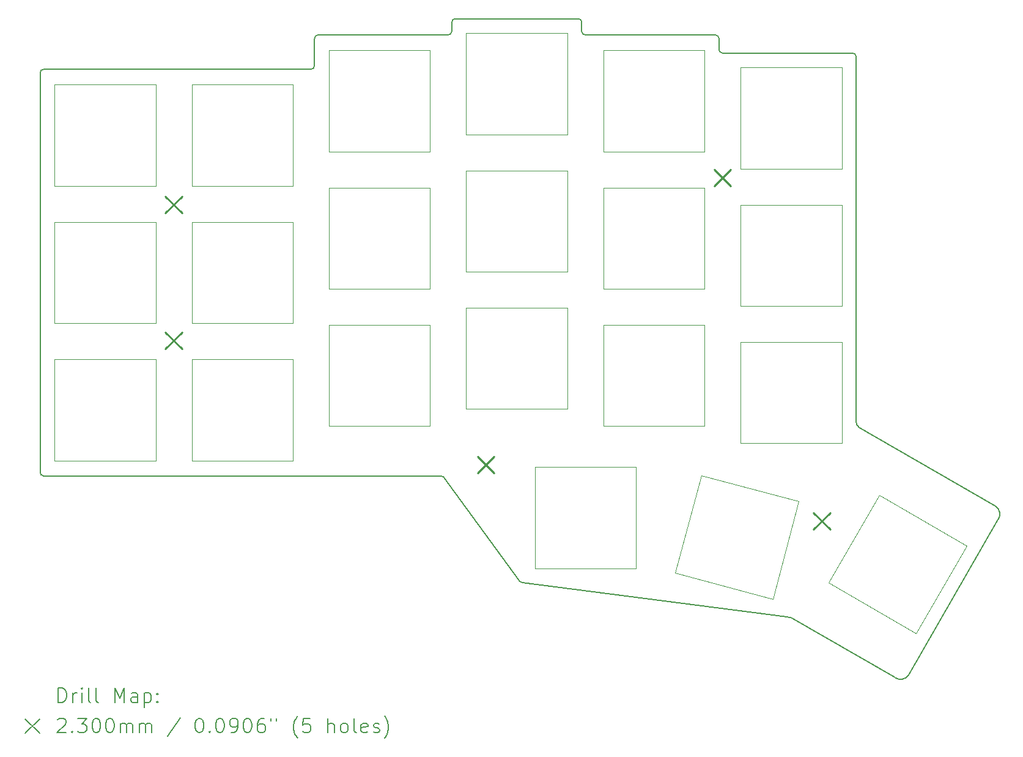
<source format=gbr>
%TF.GenerationSoftware,KiCad,Pcbnew,8.0.3*%
%TF.CreationDate,2024-06-14T21:32:22-03:00*%
%TF.ProjectId,corne-top-plate,636f726e-652d-4746-9f70-2d706c617465,2.1*%
%TF.SameCoordinates,Original*%
%TF.FileFunction,Drillmap*%
%TF.FilePolarity,Positive*%
%FSLAX45Y45*%
G04 Gerber Fmt 4.5, Leading zero omitted, Abs format (unit mm)*
G04 Created by KiCad (PCBNEW 8.0.3) date 2024-06-14 21:32:22*
%MOMM*%
%LPD*%
G01*
G04 APERTURE LIST*
%ADD10C,0.150000*%
%ADD11C,0.120000*%
%ADD12C,0.200000*%
%ADD13C,0.230000*%
G04 APERTURE END LIST*
D10*
X19327051Y-12839699D02*
G75*
G02*
X19365000Y-13032500I-77051J-115301D01*
G01*
X11800000Y-6150000D02*
G75*
G02*
X11850000Y-6100000I50000J0D01*
G01*
X6150000Y-12425000D02*
G75*
G02*
X6100000Y-12375000I0J50000D01*
G01*
X15500000Y-6525000D02*
X15500000Y-6375000D01*
X15450000Y-6325000D02*
G75*
G02*
X15500000Y-6375000I0J-50000D01*
G01*
X16507500Y-14390000D02*
X17936925Y-15216096D01*
X11750000Y-6325000D02*
X9950000Y-6325000D01*
X13650000Y-6325000D02*
G75*
G02*
X13600000Y-6275000I0J50000D01*
G01*
X15450000Y-6325000D02*
X13650000Y-6325000D01*
X13550000Y-6100000D02*
X11850000Y-6100000D01*
X6100000Y-6850000D02*
G75*
G02*
X6150000Y-6800000I50000J0D01*
G01*
X9900000Y-6375000D02*
X9900000Y-6750000D01*
X11650000Y-12425000D02*
X6150000Y-12425000D01*
X18129726Y-15178146D02*
G75*
G02*
X17936928Y-15216091I-115296J77047D01*
G01*
X17435000Y-11747500D02*
G75*
G02*
X17399730Y-11681019I49730J68980D01*
G01*
X12775000Y-13900000D02*
X16442056Y-14377034D01*
X18129726Y-15178146D02*
X19365000Y-13032500D01*
X11685355Y-12439645D02*
X12739645Y-13885355D01*
X17350000Y-6575000D02*
G75*
G02*
X17400000Y-6625000I0J-50000D01*
G01*
X9900000Y-6750000D02*
G75*
G02*
X9850000Y-6800000I-50000J0D01*
G01*
X17400000Y-6625000D02*
X17399728Y-11681019D01*
X11650000Y-12425000D02*
G75*
G02*
X11685355Y-12439645I0J-50000D01*
G01*
X9900000Y-6375000D02*
G75*
G02*
X9950000Y-6325000I50000J0D01*
G01*
X11800000Y-6150000D02*
X11800000Y-6275000D01*
X13550000Y-6100000D02*
G75*
G02*
X13600000Y-6150000I0J-50000D01*
G01*
X12775000Y-13900000D02*
G75*
G02*
X12739645Y-13885355I0J50000D01*
G01*
X13600000Y-6275000D02*
X13600000Y-6150000D01*
X17350000Y-6575000D02*
X15550000Y-6575000D01*
X16442056Y-14377034D02*
G75*
G02*
X16507500Y-14390000I-33316J-339806D01*
G01*
X6100000Y-6850000D02*
X6100000Y-12375000D01*
X9850000Y-6800000D02*
X6150000Y-6800000D01*
X11800000Y-6275000D02*
G75*
G02*
X11750000Y-6325000I-50000J0D01*
G01*
X19327051Y-12839699D02*
X17435000Y-11747500D01*
X15550000Y-6575000D02*
G75*
G02*
X15500000Y-6525000I0J50000D01*
G01*
D11*
X6301000Y-7012500D02*
X6301000Y-8412500D01*
X6301000Y-8412500D02*
X7701000Y-8412500D01*
X7701000Y-7012500D02*
X6301000Y-7012500D01*
X7701000Y-8412500D02*
X7701000Y-7012500D01*
X6301000Y-8912500D02*
X6301000Y-10312500D01*
X6301000Y-10312500D02*
X7701000Y-10312500D01*
X7701000Y-8912500D02*
X6301000Y-8912500D01*
X7701000Y-10312500D02*
X7701000Y-8912500D01*
X6301000Y-10812500D02*
X6301000Y-12212500D01*
X6301000Y-12212500D02*
X7701000Y-12212500D01*
X7701000Y-10812500D02*
X6301000Y-10812500D01*
X7701000Y-12212500D02*
X7701000Y-10812500D01*
X8201000Y-7012500D02*
X8201000Y-8412500D01*
X8201000Y-8412500D02*
X9601000Y-8412500D01*
X9601000Y-7012500D02*
X8201000Y-7012500D01*
X9601000Y-8412500D02*
X9601000Y-7012500D01*
X8201000Y-10812500D02*
X8201000Y-12212500D01*
X8201000Y-12212500D02*
X9601000Y-12212500D01*
X9601000Y-10812500D02*
X8201000Y-10812500D01*
X9601000Y-12212500D02*
X9601000Y-10812500D01*
X8201000Y-8912500D02*
X8201000Y-10312500D01*
X8201000Y-10312500D02*
X9601000Y-10312500D01*
X9601000Y-8912500D02*
X8201000Y-8912500D01*
X9601000Y-10312500D02*
X9601000Y-8912500D01*
X10101000Y-6537500D02*
X10101000Y-7937500D01*
X10101000Y-7937500D02*
X11501000Y-7937500D01*
X11501000Y-6537500D02*
X10101000Y-6537500D01*
X11501000Y-7937500D02*
X11501000Y-6537500D01*
X10101000Y-10337500D02*
X10101000Y-11737500D01*
X10101000Y-11737500D02*
X11501000Y-11737500D01*
X11501000Y-10337500D02*
X10101000Y-10337500D01*
X11501000Y-11737500D02*
X11501000Y-10337500D01*
X10101000Y-8437500D02*
X10101000Y-9837500D01*
X10101000Y-9837500D02*
X11501000Y-9837500D01*
X11501000Y-8437500D02*
X10101000Y-8437500D01*
X11501000Y-9837500D02*
X11501000Y-8437500D01*
X12001000Y-6300000D02*
X12001000Y-7700000D01*
X12001000Y-7700000D02*
X13401000Y-7700000D01*
X13401000Y-6300000D02*
X12001000Y-6300000D01*
X13401000Y-7700000D02*
X13401000Y-6300000D01*
X12001000Y-10100000D02*
X12001000Y-11500000D01*
X12001000Y-11500000D02*
X13401000Y-11500000D01*
X13401000Y-10100000D02*
X12001000Y-10100000D01*
X13401000Y-11500000D02*
X13401000Y-10100000D01*
X12001000Y-8200000D02*
X12001000Y-9600000D01*
X12001000Y-9600000D02*
X13401000Y-9600000D01*
X13401000Y-8200000D02*
X12001000Y-8200000D01*
X13401000Y-9600000D02*
X13401000Y-8200000D01*
X13901000Y-10337500D02*
X13901000Y-11737500D01*
X13901000Y-11737500D02*
X15301000Y-11737500D01*
X15301000Y-10337500D02*
X13901000Y-10337500D01*
X15301000Y-11737500D02*
X15301000Y-10337500D01*
X13901000Y-6537500D02*
X13901000Y-7937500D01*
X13901000Y-7937500D02*
X15301000Y-7937500D01*
X15301000Y-6537500D02*
X13901000Y-6537500D01*
X15301000Y-7937500D02*
X15301000Y-6537500D01*
X13901000Y-8437500D02*
X13901000Y-9837500D01*
X13901000Y-9837500D02*
X15301000Y-9837500D01*
X15301000Y-8437500D02*
X13901000Y-8437500D01*
X15301000Y-9837500D02*
X15301000Y-8437500D01*
X15801000Y-8675000D02*
X15801000Y-10075000D01*
X15801000Y-10075000D02*
X17201000Y-10075000D01*
X17201000Y-8675000D02*
X15801000Y-8675000D01*
X17201000Y-10075000D02*
X17201000Y-8675000D01*
X15801000Y-6775000D02*
X15801000Y-8175000D01*
X15801000Y-8175000D02*
X17201000Y-8175000D01*
X17201000Y-6775000D02*
X15801000Y-6775000D01*
X17201000Y-8175000D02*
X17201000Y-6775000D01*
X15801000Y-10575000D02*
X15801000Y-11975000D01*
X15801000Y-11975000D02*
X17201000Y-11975000D01*
X17201000Y-10575000D02*
X15801000Y-10575000D01*
X17201000Y-11975000D02*
X17201000Y-10575000D01*
X12953000Y-12303500D02*
X12953000Y-13703500D01*
X12953000Y-13703500D02*
X14353000Y-13703500D01*
X14353000Y-12303500D02*
X12953000Y-12303500D01*
X14353000Y-13703500D02*
X14353000Y-12303500D01*
X14891879Y-13769375D02*
X16244175Y-14131721D01*
X15254225Y-12417079D02*
X14891879Y-13769375D01*
X16244175Y-14131721D02*
X16606521Y-12779425D01*
X16606521Y-12779425D02*
X15254225Y-12417079D01*
X17018782Y-13904718D02*
X18231218Y-14604718D01*
X17718782Y-12692282D02*
X17018782Y-13904718D01*
X18231218Y-14604718D02*
X18931218Y-13392282D01*
X18931218Y-13392282D02*
X17718782Y-12692282D01*
D12*
D13*
X7835000Y-8560000D02*
X8065000Y-8790000D01*
X8065000Y-8560000D02*
X7835000Y-8790000D01*
X7835000Y-10435000D02*
X8065000Y-10665000D01*
X8065000Y-10435000D02*
X7835000Y-10665000D01*
X12160000Y-12160000D02*
X12390000Y-12390000D01*
X12390000Y-12160000D02*
X12160000Y-12390000D01*
X15435000Y-8185000D02*
X15665000Y-8415000D01*
X15665000Y-8185000D02*
X15435000Y-8415000D01*
X16810000Y-12935000D02*
X17040000Y-13165000D01*
X17040000Y-12935000D02*
X16810000Y-13165000D01*
D12*
X6353277Y-15558754D02*
X6353277Y-15358754D01*
X6353277Y-15358754D02*
X6400896Y-15358754D01*
X6400896Y-15358754D02*
X6429467Y-15368278D01*
X6429467Y-15368278D02*
X6448515Y-15387325D01*
X6448515Y-15387325D02*
X6458039Y-15406373D01*
X6458039Y-15406373D02*
X6467562Y-15444468D01*
X6467562Y-15444468D02*
X6467562Y-15473040D01*
X6467562Y-15473040D02*
X6458039Y-15511135D01*
X6458039Y-15511135D02*
X6448515Y-15530182D01*
X6448515Y-15530182D02*
X6429467Y-15549230D01*
X6429467Y-15549230D02*
X6400896Y-15558754D01*
X6400896Y-15558754D02*
X6353277Y-15558754D01*
X6553277Y-15558754D02*
X6553277Y-15425420D01*
X6553277Y-15463516D02*
X6562801Y-15444468D01*
X6562801Y-15444468D02*
X6572324Y-15434944D01*
X6572324Y-15434944D02*
X6591372Y-15425420D01*
X6591372Y-15425420D02*
X6610420Y-15425420D01*
X6677086Y-15558754D02*
X6677086Y-15425420D01*
X6677086Y-15358754D02*
X6667562Y-15368278D01*
X6667562Y-15368278D02*
X6677086Y-15377801D01*
X6677086Y-15377801D02*
X6686610Y-15368278D01*
X6686610Y-15368278D02*
X6677086Y-15358754D01*
X6677086Y-15358754D02*
X6677086Y-15377801D01*
X6800896Y-15558754D02*
X6781848Y-15549230D01*
X6781848Y-15549230D02*
X6772324Y-15530182D01*
X6772324Y-15530182D02*
X6772324Y-15358754D01*
X6905658Y-15558754D02*
X6886610Y-15549230D01*
X6886610Y-15549230D02*
X6877086Y-15530182D01*
X6877086Y-15530182D02*
X6877086Y-15358754D01*
X7134229Y-15558754D02*
X7134229Y-15358754D01*
X7134229Y-15358754D02*
X7200896Y-15501611D01*
X7200896Y-15501611D02*
X7267562Y-15358754D01*
X7267562Y-15358754D02*
X7267562Y-15558754D01*
X7448515Y-15558754D02*
X7448515Y-15453992D01*
X7448515Y-15453992D02*
X7438991Y-15434944D01*
X7438991Y-15434944D02*
X7419943Y-15425420D01*
X7419943Y-15425420D02*
X7381848Y-15425420D01*
X7381848Y-15425420D02*
X7362801Y-15434944D01*
X7448515Y-15549230D02*
X7429467Y-15558754D01*
X7429467Y-15558754D02*
X7381848Y-15558754D01*
X7381848Y-15558754D02*
X7362801Y-15549230D01*
X7362801Y-15549230D02*
X7353277Y-15530182D01*
X7353277Y-15530182D02*
X7353277Y-15511135D01*
X7353277Y-15511135D02*
X7362801Y-15492087D01*
X7362801Y-15492087D02*
X7381848Y-15482563D01*
X7381848Y-15482563D02*
X7429467Y-15482563D01*
X7429467Y-15482563D02*
X7448515Y-15473040D01*
X7543753Y-15425420D02*
X7543753Y-15625420D01*
X7543753Y-15434944D02*
X7562801Y-15425420D01*
X7562801Y-15425420D02*
X7600896Y-15425420D01*
X7600896Y-15425420D02*
X7619943Y-15434944D01*
X7619943Y-15434944D02*
X7629467Y-15444468D01*
X7629467Y-15444468D02*
X7638991Y-15463516D01*
X7638991Y-15463516D02*
X7638991Y-15520659D01*
X7638991Y-15520659D02*
X7629467Y-15539706D01*
X7629467Y-15539706D02*
X7619943Y-15549230D01*
X7619943Y-15549230D02*
X7600896Y-15558754D01*
X7600896Y-15558754D02*
X7562801Y-15558754D01*
X7562801Y-15558754D02*
X7543753Y-15549230D01*
X7724705Y-15539706D02*
X7734229Y-15549230D01*
X7734229Y-15549230D02*
X7724705Y-15558754D01*
X7724705Y-15558754D02*
X7715182Y-15549230D01*
X7715182Y-15549230D02*
X7724705Y-15539706D01*
X7724705Y-15539706D02*
X7724705Y-15558754D01*
X7724705Y-15434944D02*
X7734229Y-15444468D01*
X7734229Y-15444468D02*
X7724705Y-15453992D01*
X7724705Y-15453992D02*
X7715182Y-15444468D01*
X7715182Y-15444468D02*
X7724705Y-15434944D01*
X7724705Y-15434944D02*
X7724705Y-15453992D01*
X5892500Y-15787270D02*
X6092500Y-15987270D01*
X6092500Y-15787270D02*
X5892500Y-15987270D01*
X6343753Y-15797801D02*
X6353277Y-15788278D01*
X6353277Y-15788278D02*
X6372324Y-15778754D01*
X6372324Y-15778754D02*
X6419943Y-15778754D01*
X6419943Y-15778754D02*
X6438991Y-15788278D01*
X6438991Y-15788278D02*
X6448515Y-15797801D01*
X6448515Y-15797801D02*
X6458039Y-15816849D01*
X6458039Y-15816849D02*
X6458039Y-15835897D01*
X6458039Y-15835897D02*
X6448515Y-15864468D01*
X6448515Y-15864468D02*
X6334229Y-15978754D01*
X6334229Y-15978754D02*
X6458039Y-15978754D01*
X6543753Y-15959706D02*
X6553277Y-15969230D01*
X6553277Y-15969230D02*
X6543753Y-15978754D01*
X6543753Y-15978754D02*
X6534229Y-15969230D01*
X6534229Y-15969230D02*
X6543753Y-15959706D01*
X6543753Y-15959706D02*
X6543753Y-15978754D01*
X6619943Y-15778754D02*
X6743753Y-15778754D01*
X6743753Y-15778754D02*
X6677086Y-15854944D01*
X6677086Y-15854944D02*
X6705658Y-15854944D01*
X6705658Y-15854944D02*
X6724705Y-15864468D01*
X6724705Y-15864468D02*
X6734229Y-15873992D01*
X6734229Y-15873992D02*
X6743753Y-15893040D01*
X6743753Y-15893040D02*
X6743753Y-15940659D01*
X6743753Y-15940659D02*
X6734229Y-15959706D01*
X6734229Y-15959706D02*
X6724705Y-15969230D01*
X6724705Y-15969230D02*
X6705658Y-15978754D01*
X6705658Y-15978754D02*
X6648515Y-15978754D01*
X6648515Y-15978754D02*
X6629467Y-15969230D01*
X6629467Y-15969230D02*
X6619943Y-15959706D01*
X6867562Y-15778754D02*
X6886610Y-15778754D01*
X6886610Y-15778754D02*
X6905658Y-15788278D01*
X6905658Y-15788278D02*
X6915182Y-15797801D01*
X6915182Y-15797801D02*
X6924705Y-15816849D01*
X6924705Y-15816849D02*
X6934229Y-15854944D01*
X6934229Y-15854944D02*
X6934229Y-15902563D01*
X6934229Y-15902563D02*
X6924705Y-15940659D01*
X6924705Y-15940659D02*
X6915182Y-15959706D01*
X6915182Y-15959706D02*
X6905658Y-15969230D01*
X6905658Y-15969230D02*
X6886610Y-15978754D01*
X6886610Y-15978754D02*
X6867562Y-15978754D01*
X6867562Y-15978754D02*
X6848515Y-15969230D01*
X6848515Y-15969230D02*
X6838991Y-15959706D01*
X6838991Y-15959706D02*
X6829467Y-15940659D01*
X6829467Y-15940659D02*
X6819943Y-15902563D01*
X6819943Y-15902563D02*
X6819943Y-15854944D01*
X6819943Y-15854944D02*
X6829467Y-15816849D01*
X6829467Y-15816849D02*
X6838991Y-15797801D01*
X6838991Y-15797801D02*
X6848515Y-15788278D01*
X6848515Y-15788278D02*
X6867562Y-15778754D01*
X7058039Y-15778754D02*
X7077086Y-15778754D01*
X7077086Y-15778754D02*
X7096134Y-15788278D01*
X7096134Y-15788278D02*
X7105658Y-15797801D01*
X7105658Y-15797801D02*
X7115182Y-15816849D01*
X7115182Y-15816849D02*
X7124705Y-15854944D01*
X7124705Y-15854944D02*
X7124705Y-15902563D01*
X7124705Y-15902563D02*
X7115182Y-15940659D01*
X7115182Y-15940659D02*
X7105658Y-15959706D01*
X7105658Y-15959706D02*
X7096134Y-15969230D01*
X7096134Y-15969230D02*
X7077086Y-15978754D01*
X7077086Y-15978754D02*
X7058039Y-15978754D01*
X7058039Y-15978754D02*
X7038991Y-15969230D01*
X7038991Y-15969230D02*
X7029467Y-15959706D01*
X7029467Y-15959706D02*
X7019943Y-15940659D01*
X7019943Y-15940659D02*
X7010420Y-15902563D01*
X7010420Y-15902563D02*
X7010420Y-15854944D01*
X7010420Y-15854944D02*
X7019943Y-15816849D01*
X7019943Y-15816849D02*
X7029467Y-15797801D01*
X7029467Y-15797801D02*
X7038991Y-15788278D01*
X7038991Y-15788278D02*
X7058039Y-15778754D01*
X7210420Y-15978754D02*
X7210420Y-15845420D01*
X7210420Y-15864468D02*
X7219943Y-15854944D01*
X7219943Y-15854944D02*
X7238991Y-15845420D01*
X7238991Y-15845420D02*
X7267563Y-15845420D01*
X7267563Y-15845420D02*
X7286610Y-15854944D01*
X7286610Y-15854944D02*
X7296134Y-15873992D01*
X7296134Y-15873992D02*
X7296134Y-15978754D01*
X7296134Y-15873992D02*
X7305658Y-15854944D01*
X7305658Y-15854944D02*
X7324705Y-15845420D01*
X7324705Y-15845420D02*
X7353277Y-15845420D01*
X7353277Y-15845420D02*
X7372324Y-15854944D01*
X7372324Y-15854944D02*
X7381848Y-15873992D01*
X7381848Y-15873992D02*
X7381848Y-15978754D01*
X7477086Y-15978754D02*
X7477086Y-15845420D01*
X7477086Y-15864468D02*
X7486610Y-15854944D01*
X7486610Y-15854944D02*
X7505658Y-15845420D01*
X7505658Y-15845420D02*
X7534229Y-15845420D01*
X7534229Y-15845420D02*
X7553277Y-15854944D01*
X7553277Y-15854944D02*
X7562801Y-15873992D01*
X7562801Y-15873992D02*
X7562801Y-15978754D01*
X7562801Y-15873992D02*
X7572324Y-15854944D01*
X7572324Y-15854944D02*
X7591372Y-15845420D01*
X7591372Y-15845420D02*
X7619943Y-15845420D01*
X7619943Y-15845420D02*
X7638991Y-15854944D01*
X7638991Y-15854944D02*
X7648515Y-15873992D01*
X7648515Y-15873992D02*
X7648515Y-15978754D01*
X8038991Y-15769230D02*
X7867563Y-16026373D01*
X8296134Y-15778754D02*
X8315182Y-15778754D01*
X8315182Y-15778754D02*
X8334229Y-15788278D01*
X8334229Y-15788278D02*
X8343753Y-15797801D01*
X8343753Y-15797801D02*
X8353277Y-15816849D01*
X8353277Y-15816849D02*
X8362801Y-15854944D01*
X8362801Y-15854944D02*
X8362801Y-15902563D01*
X8362801Y-15902563D02*
X8353277Y-15940659D01*
X8353277Y-15940659D02*
X8343753Y-15959706D01*
X8343753Y-15959706D02*
X8334229Y-15969230D01*
X8334229Y-15969230D02*
X8315182Y-15978754D01*
X8315182Y-15978754D02*
X8296134Y-15978754D01*
X8296134Y-15978754D02*
X8277086Y-15969230D01*
X8277086Y-15969230D02*
X8267563Y-15959706D01*
X8267563Y-15959706D02*
X8258039Y-15940659D01*
X8258039Y-15940659D02*
X8248515Y-15902563D01*
X8248515Y-15902563D02*
X8248515Y-15854944D01*
X8248515Y-15854944D02*
X8258039Y-15816849D01*
X8258039Y-15816849D02*
X8267563Y-15797801D01*
X8267563Y-15797801D02*
X8277086Y-15788278D01*
X8277086Y-15788278D02*
X8296134Y-15778754D01*
X8448515Y-15959706D02*
X8458039Y-15969230D01*
X8458039Y-15969230D02*
X8448515Y-15978754D01*
X8448515Y-15978754D02*
X8438991Y-15969230D01*
X8438991Y-15969230D02*
X8448515Y-15959706D01*
X8448515Y-15959706D02*
X8448515Y-15978754D01*
X8581848Y-15778754D02*
X8600896Y-15778754D01*
X8600896Y-15778754D02*
X8619944Y-15788278D01*
X8619944Y-15788278D02*
X8629468Y-15797801D01*
X8629468Y-15797801D02*
X8638991Y-15816849D01*
X8638991Y-15816849D02*
X8648515Y-15854944D01*
X8648515Y-15854944D02*
X8648515Y-15902563D01*
X8648515Y-15902563D02*
X8638991Y-15940659D01*
X8638991Y-15940659D02*
X8629468Y-15959706D01*
X8629468Y-15959706D02*
X8619944Y-15969230D01*
X8619944Y-15969230D02*
X8600896Y-15978754D01*
X8600896Y-15978754D02*
X8581848Y-15978754D01*
X8581848Y-15978754D02*
X8562801Y-15969230D01*
X8562801Y-15969230D02*
X8553277Y-15959706D01*
X8553277Y-15959706D02*
X8543753Y-15940659D01*
X8543753Y-15940659D02*
X8534229Y-15902563D01*
X8534229Y-15902563D02*
X8534229Y-15854944D01*
X8534229Y-15854944D02*
X8543753Y-15816849D01*
X8543753Y-15816849D02*
X8553277Y-15797801D01*
X8553277Y-15797801D02*
X8562801Y-15788278D01*
X8562801Y-15788278D02*
X8581848Y-15778754D01*
X8743753Y-15978754D02*
X8781848Y-15978754D01*
X8781848Y-15978754D02*
X8800896Y-15969230D01*
X8800896Y-15969230D02*
X8810420Y-15959706D01*
X8810420Y-15959706D02*
X8829468Y-15931135D01*
X8829468Y-15931135D02*
X8838991Y-15893040D01*
X8838991Y-15893040D02*
X8838991Y-15816849D01*
X8838991Y-15816849D02*
X8829468Y-15797801D01*
X8829468Y-15797801D02*
X8819944Y-15788278D01*
X8819944Y-15788278D02*
X8800896Y-15778754D01*
X8800896Y-15778754D02*
X8762801Y-15778754D01*
X8762801Y-15778754D02*
X8743753Y-15788278D01*
X8743753Y-15788278D02*
X8734229Y-15797801D01*
X8734229Y-15797801D02*
X8724706Y-15816849D01*
X8724706Y-15816849D02*
X8724706Y-15864468D01*
X8724706Y-15864468D02*
X8734229Y-15883516D01*
X8734229Y-15883516D02*
X8743753Y-15893040D01*
X8743753Y-15893040D02*
X8762801Y-15902563D01*
X8762801Y-15902563D02*
X8800896Y-15902563D01*
X8800896Y-15902563D02*
X8819944Y-15893040D01*
X8819944Y-15893040D02*
X8829468Y-15883516D01*
X8829468Y-15883516D02*
X8838991Y-15864468D01*
X8962801Y-15778754D02*
X8981849Y-15778754D01*
X8981849Y-15778754D02*
X9000896Y-15788278D01*
X9000896Y-15788278D02*
X9010420Y-15797801D01*
X9010420Y-15797801D02*
X9019944Y-15816849D01*
X9019944Y-15816849D02*
X9029468Y-15854944D01*
X9029468Y-15854944D02*
X9029468Y-15902563D01*
X9029468Y-15902563D02*
X9019944Y-15940659D01*
X9019944Y-15940659D02*
X9010420Y-15959706D01*
X9010420Y-15959706D02*
X9000896Y-15969230D01*
X9000896Y-15969230D02*
X8981849Y-15978754D01*
X8981849Y-15978754D02*
X8962801Y-15978754D01*
X8962801Y-15978754D02*
X8943753Y-15969230D01*
X8943753Y-15969230D02*
X8934229Y-15959706D01*
X8934229Y-15959706D02*
X8924706Y-15940659D01*
X8924706Y-15940659D02*
X8915182Y-15902563D01*
X8915182Y-15902563D02*
X8915182Y-15854944D01*
X8915182Y-15854944D02*
X8924706Y-15816849D01*
X8924706Y-15816849D02*
X8934229Y-15797801D01*
X8934229Y-15797801D02*
X8943753Y-15788278D01*
X8943753Y-15788278D02*
X8962801Y-15778754D01*
X9200896Y-15778754D02*
X9162801Y-15778754D01*
X9162801Y-15778754D02*
X9143753Y-15788278D01*
X9143753Y-15788278D02*
X9134229Y-15797801D01*
X9134229Y-15797801D02*
X9115182Y-15826373D01*
X9115182Y-15826373D02*
X9105658Y-15864468D01*
X9105658Y-15864468D02*
X9105658Y-15940659D01*
X9105658Y-15940659D02*
X9115182Y-15959706D01*
X9115182Y-15959706D02*
X9124706Y-15969230D01*
X9124706Y-15969230D02*
X9143753Y-15978754D01*
X9143753Y-15978754D02*
X9181849Y-15978754D01*
X9181849Y-15978754D02*
X9200896Y-15969230D01*
X9200896Y-15969230D02*
X9210420Y-15959706D01*
X9210420Y-15959706D02*
X9219944Y-15940659D01*
X9219944Y-15940659D02*
X9219944Y-15893040D01*
X9219944Y-15893040D02*
X9210420Y-15873992D01*
X9210420Y-15873992D02*
X9200896Y-15864468D01*
X9200896Y-15864468D02*
X9181849Y-15854944D01*
X9181849Y-15854944D02*
X9143753Y-15854944D01*
X9143753Y-15854944D02*
X9124706Y-15864468D01*
X9124706Y-15864468D02*
X9115182Y-15873992D01*
X9115182Y-15873992D02*
X9105658Y-15893040D01*
X9296134Y-15778754D02*
X9296134Y-15816849D01*
X9372325Y-15778754D02*
X9372325Y-15816849D01*
X9667563Y-16054944D02*
X9658039Y-16045420D01*
X9658039Y-16045420D02*
X9638991Y-16016849D01*
X9638991Y-16016849D02*
X9629468Y-15997801D01*
X9629468Y-15997801D02*
X9619944Y-15969230D01*
X9619944Y-15969230D02*
X9610420Y-15921611D01*
X9610420Y-15921611D02*
X9610420Y-15883516D01*
X9610420Y-15883516D02*
X9619944Y-15835897D01*
X9619944Y-15835897D02*
X9629468Y-15807325D01*
X9629468Y-15807325D02*
X9638991Y-15788278D01*
X9638991Y-15788278D02*
X9658039Y-15759706D01*
X9658039Y-15759706D02*
X9667563Y-15750182D01*
X9838991Y-15778754D02*
X9743753Y-15778754D01*
X9743753Y-15778754D02*
X9734230Y-15873992D01*
X9734230Y-15873992D02*
X9743753Y-15864468D01*
X9743753Y-15864468D02*
X9762801Y-15854944D01*
X9762801Y-15854944D02*
X9810420Y-15854944D01*
X9810420Y-15854944D02*
X9829468Y-15864468D01*
X9829468Y-15864468D02*
X9838991Y-15873992D01*
X9838991Y-15873992D02*
X9848515Y-15893040D01*
X9848515Y-15893040D02*
X9848515Y-15940659D01*
X9848515Y-15940659D02*
X9838991Y-15959706D01*
X9838991Y-15959706D02*
X9829468Y-15969230D01*
X9829468Y-15969230D02*
X9810420Y-15978754D01*
X9810420Y-15978754D02*
X9762801Y-15978754D01*
X9762801Y-15978754D02*
X9743753Y-15969230D01*
X9743753Y-15969230D02*
X9734230Y-15959706D01*
X10086611Y-15978754D02*
X10086611Y-15778754D01*
X10172325Y-15978754D02*
X10172325Y-15873992D01*
X10172325Y-15873992D02*
X10162801Y-15854944D01*
X10162801Y-15854944D02*
X10143753Y-15845420D01*
X10143753Y-15845420D02*
X10115182Y-15845420D01*
X10115182Y-15845420D02*
X10096134Y-15854944D01*
X10096134Y-15854944D02*
X10086611Y-15864468D01*
X10296134Y-15978754D02*
X10277087Y-15969230D01*
X10277087Y-15969230D02*
X10267563Y-15959706D01*
X10267563Y-15959706D02*
X10258039Y-15940659D01*
X10258039Y-15940659D02*
X10258039Y-15883516D01*
X10258039Y-15883516D02*
X10267563Y-15864468D01*
X10267563Y-15864468D02*
X10277087Y-15854944D01*
X10277087Y-15854944D02*
X10296134Y-15845420D01*
X10296134Y-15845420D02*
X10324706Y-15845420D01*
X10324706Y-15845420D02*
X10343753Y-15854944D01*
X10343753Y-15854944D02*
X10353277Y-15864468D01*
X10353277Y-15864468D02*
X10362801Y-15883516D01*
X10362801Y-15883516D02*
X10362801Y-15940659D01*
X10362801Y-15940659D02*
X10353277Y-15959706D01*
X10353277Y-15959706D02*
X10343753Y-15969230D01*
X10343753Y-15969230D02*
X10324706Y-15978754D01*
X10324706Y-15978754D02*
X10296134Y-15978754D01*
X10477087Y-15978754D02*
X10458039Y-15969230D01*
X10458039Y-15969230D02*
X10448515Y-15950182D01*
X10448515Y-15950182D02*
X10448515Y-15778754D01*
X10629468Y-15969230D02*
X10610420Y-15978754D01*
X10610420Y-15978754D02*
X10572325Y-15978754D01*
X10572325Y-15978754D02*
X10553277Y-15969230D01*
X10553277Y-15969230D02*
X10543753Y-15950182D01*
X10543753Y-15950182D02*
X10543753Y-15873992D01*
X10543753Y-15873992D02*
X10553277Y-15854944D01*
X10553277Y-15854944D02*
X10572325Y-15845420D01*
X10572325Y-15845420D02*
X10610420Y-15845420D01*
X10610420Y-15845420D02*
X10629468Y-15854944D01*
X10629468Y-15854944D02*
X10638992Y-15873992D01*
X10638992Y-15873992D02*
X10638992Y-15893040D01*
X10638992Y-15893040D02*
X10543753Y-15912087D01*
X10715182Y-15969230D02*
X10734230Y-15978754D01*
X10734230Y-15978754D02*
X10772325Y-15978754D01*
X10772325Y-15978754D02*
X10791373Y-15969230D01*
X10791373Y-15969230D02*
X10800896Y-15950182D01*
X10800896Y-15950182D02*
X10800896Y-15940659D01*
X10800896Y-15940659D02*
X10791373Y-15921611D01*
X10791373Y-15921611D02*
X10772325Y-15912087D01*
X10772325Y-15912087D02*
X10743753Y-15912087D01*
X10743753Y-15912087D02*
X10724706Y-15902563D01*
X10724706Y-15902563D02*
X10715182Y-15883516D01*
X10715182Y-15883516D02*
X10715182Y-15873992D01*
X10715182Y-15873992D02*
X10724706Y-15854944D01*
X10724706Y-15854944D02*
X10743753Y-15845420D01*
X10743753Y-15845420D02*
X10772325Y-15845420D01*
X10772325Y-15845420D02*
X10791373Y-15854944D01*
X10867563Y-16054944D02*
X10877087Y-16045420D01*
X10877087Y-16045420D02*
X10896134Y-16016849D01*
X10896134Y-16016849D02*
X10905658Y-15997801D01*
X10905658Y-15997801D02*
X10915182Y-15969230D01*
X10915182Y-15969230D02*
X10924706Y-15921611D01*
X10924706Y-15921611D02*
X10924706Y-15883516D01*
X10924706Y-15883516D02*
X10915182Y-15835897D01*
X10915182Y-15835897D02*
X10905658Y-15807325D01*
X10905658Y-15807325D02*
X10896134Y-15788278D01*
X10896134Y-15788278D02*
X10877087Y-15759706D01*
X10877087Y-15759706D02*
X10867563Y-15750182D01*
M02*

</source>
